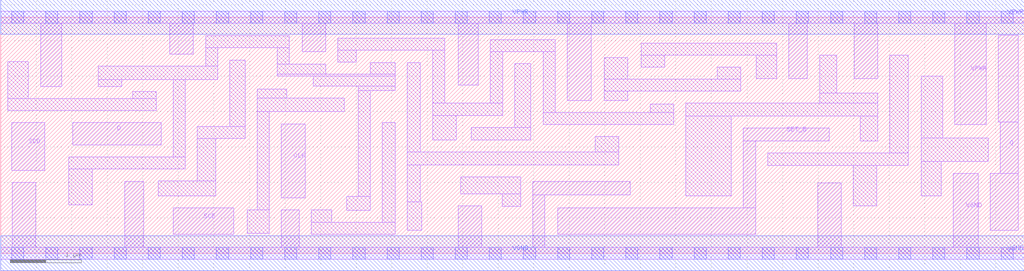
<source format=lef>
# Copyright 2020 The SkyWater PDK Authors
#
# Licensed under the Apache License, Version 2.0 (the "License");
# you may not use this file except in compliance with the License.
# You may obtain a copy of the License at
#
#     https://www.apache.org/licenses/LICENSE-2.0
#
# Unless required by applicable law or agreed to in writing, software
# distributed under the License is distributed on an "AS IS" BASIS,
# WITHOUT WARRANTIES OR CONDITIONS OF ANY KIND, either express or implied.
# See the License for the specific language governing permissions and
# limitations under the License.
#
# SPDX-License-Identifier: Apache-2.0

VERSION 5.7 ;
  NAMESCASESENSITIVE ON ;
  NOWIREEXTENSIONATPIN ON ;
  DIVIDERCHAR "/" ;
  BUSBITCHARS "[]" ;
UNITS
  DATABASE MICRONS 200 ;
END UNITS
MACRO sky130_fd_sc_lp__sdfstp_1
  CLASS CORE ;
  SOURCE USER ;
  FOREIGN sky130_fd_sc_lp__sdfstp_1 ;
  ORIGIN  0.000000  0.000000 ;
  SIZE  14.40000 BY  3.330000 ;
  SYMMETRY X Y R90 ;
  SITE unit ;
  PIN D
    ANTENNAGATEAREA  0.159000 ;
    DIRECTION INPUT ;
    USE SIGNAL ;
    PORT
      LAYER li1 ;
        RECT 1.015000 1.530000 2.255000 1.840000 ;
    END
  END D
  PIN Q
    ANTENNADIFFAREA  0.556500 ;
    DIRECTION OUTPUT ;
    USE SIGNAL ;
    PORT
      LAYER li1 ;
        RECT 13.925000 0.325000 14.315000 1.125000 ;
        RECT 14.035000 1.850000 14.315000 3.075000 ;
        RECT 14.065000 1.125000 14.315000 1.850000 ;
    END
  END Q
  PIN SCD
    ANTENNAGATEAREA  0.159000 ;
    DIRECTION INPUT ;
    USE SIGNAL ;
    PORT
      LAYER li1 ;
        RECT 0.155000 1.170000 0.620000 1.840000 ;
    END
  END SCD
  PIN SCE
    ANTENNAGATEAREA  0.318000 ;
    DIRECTION INPUT ;
    USE SIGNAL ;
    PORT
      LAYER li1 ;
        RECT 2.430000 0.265000 3.275000 0.640000 ;
    END
  END SCE
  PIN SET_B
    ANTENNAGATEAREA  0.252000 ;
    DIRECTION INPUT ;
    USE SIGNAL ;
    PORT
      LAYER li1 ;
        RECT  7.835000 0.265000 10.620000 0.640000 ;
        RECT 10.450000 0.640000 10.620000 1.585000 ;
        RECT 10.450000 1.585000 11.660000 1.765000 ;
    END
  END SET_B
  PIN CLK
    ANTENNAGATEAREA  0.159000 ;
    DIRECTION INPUT ;
    USE CLOCK ;
    PORT
      LAYER li1 ;
        RECT 3.950000 0.780000 4.285000 1.825000 ;
    END
  END CLK
  PIN VGND
    DIRECTION INOUT ;
    USE GROUND ;
    PORT
      LAYER li1 ;
        RECT  0.000000 -0.085000 14.400000 0.085000 ;
        RECT  0.165000  0.085000  0.495000 1.000000 ;
        RECT  1.745000  0.085000  2.015000 1.015000 ;
        RECT  3.950000  0.085000  4.200000 0.610000 ;
        RECT  6.440000  0.085000  6.770000 0.665000 ;
        RECT  7.485000  0.085000  7.655000 0.820000 ;
        RECT  7.485000  0.820000  8.855000 1.010000 ;
        RECT 11.495000  0.085000 11.825000 0.995000 ;
        RECT 13.400000  0.085000 13.755000 1.125000 ;
      LAYER mcon ;
        RECT  0.155000 -0.085000  0.325000 0.085000 ;
        RECT  0.635000 -0.085000  0.805000 0.085000 ;
        RECT  1.115000 -0.085000  1.285000 0.085000 ;
        RECT  1.595000 -0.085000  1.765000 0.085000 ;
        RECT  2.075000 -0.085000  2.245000 0.085000 ;
        RECT  2.555000 -0.085000  2.725000 0.085000 ;
        RECT  3.035000 -0.085000  3.205000 0.085000 ;
        RECT  3.515000 -0.085000  3.685000 0.085000 ;
        RECT  3.995000 -0.085000  4.165000 0.085000 ;
        RECT  4.475000 -0.085000  4.645000 0.085000 ;
        RECT  4.955000 -0.085000  5.125000 0.085000 ;
        RECT  5.435000 -0.085000  5.605000 0.085000 ;
        RECT  5.915000 -0.085000  6.085000 0.085000 ;
        RECT  6.395000 -0.085000  6.565000 0.085000 ;
        RECT  6.875000 -0.085000  7.045000 0.085000 ;
        RECT  7.355000 -0.085000  7.525000 0.085000 ;
        RECT  7.835000 -0.085000  8.005000 0.085000 ;
        RECT  8.315000 -0.085000  8.485000 0.085000 ;
        RECT  8.795000 -0.085000  8.965000 0.085000 ;
        RECT  9.275000 -0.085000  9.445000 0.085000 ;
        RECT  9.755000 -0.085000  9.925000 0.085000 ;
        RECT 10.235000 -0.085000 10.405000 0.085000 ;
        RECT 10.715000 -0.085000 10.885000 0.085000 ;
        RECT 11.195000 -0.085000 11.365000 0.085000 ;
        RECT 11.675000 -0.085000 11.845000 0.085000 ;
        RECT 12.155000 -0.085000 12.325000 0.085000 ;
        RECT 12.635000 -0.085000 12.805000 0.085000 ;
        RECT 13.115000 -0.085000 13.285000 0.085000 ;
        RECT 13.595000 -0.085000 13.765000 0.085000 ;
        RECT 14.075000 -0.085000 14.245000 0.085000 ;
      LAYER met1 ;
        RECT 0.000000 -0.245000 14.400000 0.245000 ;
    END
  END VGND
  PIN VPWR
    DIRECTION INOUT ;
    USE POWER ;
    PORT
      LAYER li1 ;
        RECT  0.000000 3.245000 14.400000 3.415000 ;
        RECT  0.560000 2.350000  0.855000 3.245000 ;
        RECT  2.375000 2.810000  2.705000 3.245000 ;
        RECT  4.240000 2.845000  4.570000 3.245000 ;
        RECT  6.440000 2.370000  6.720000 3.245000 ;
        RECT  7.970000 2.155000  8.310000 3.245000 ;
        RECT 11.090000 2.465000 11.350000 3.245000 ;
        RECT 12.010000 2.465000 12.340000 3.245000 ;
        RECT 13.425000 1.815000 13.865000 3.245000 ;
      LAYER mcon ;
        RECT  0.155000 3.245000  0.325000 3.415000 ;
        RECT  0.635000 3.245000  0.805000 3.415000 ;
        RECT  1.115000 3.245000  1.285000 3.415000 ;
        RECT  1.595000 3.245000  1.765000 3.415000 ;
        RECT  2.075000 3.245000  2.245000 3.415000 ;
        RECT  2.555000 3.245000  2.725000 3.415000 ;
        RECT  3.035000 3.245000  3.205000 3.415000 ;
        RECT  3.515000 3.245000  3.685000 3.415000 ;
        RECT  3.995000 3.245000  4.165000 3.415000 ;
        RECT  4.475000 3.245000  4.645000 3.415000 ;
        RECT  4.955000 3.245000  5.125000 3.415000 ;
        RECT  5.435000 3.245000  5.605000 3.415000 ;
        RECT  5.915000 3.245000  6.085000 3.415000 ;
        RECT  6.395000 3.245000  6.565000 3.415000 ;
        RECT  6.875000 3.245000  7.045000 3.415000 ;
        RECT  7.355000 3.245000  7.525000 3.415000 ;
        RECT  7.835000 3.245000  8.005000 3.415000 ;
        RECT  8.315000 3.245000  8.485000 3.415000 ;
        RECT  8.795000 3.245000  8.965000 3.415000 ;
        RECT  9.275000 3.245000  9.445000 3.415000 ;
        RECT  9.755000 3.245000  9.925000 3.415000 ;
        RECT 10.235000 3.245000 10.405000 3.415000 ;
        RECT 10.715000 3.245000 10.885000 3.415000 ;
        RECT 11.195000 3.245000 11.365000 3.415000 ;
        RECT 11.675000 3.245000 11.845000 3.415000 ;
        RECT 12.155000 3.245000 12.325000 3.415000 ;
        RECT 12.635000 3.245000 12.805000 3.415000 ;
        RECT 13.115000 3.245000 13.285000 3.415000 ;
        RECT 13.595000 3.245000 13.765000 3.415000 ;
        RECT 14.075000 3.245000 14.245000 3.415000 ;
      LAYER met1 ;
        RECT 0.000000 3.085000 14.400000 3.575000 ;
    END
  END VPWR
  OBS
    LAYER li1 ;
      RECT  0.095000 2.010000  2.185000 2.180000 ;
      RECT  0.095000 2.180000  0.390000 2.700000 ;
      RECT  0.955000 0.685000  1.285000 1.190000 ;
      RECT  0.955000 1.190000  2.595000 1.360000 ;
      RECT  1.370000 2.350000  1.700000 2.450000 ;
      RECT  1.370000 2.450000  3.055000 2.640000 ;
      RECT  1.855000 2.180000  2.185000 2.280000 ;
      RECT  2.215000 0.810000  3.025000 1.020000 ;
      RECT  2.425000 1.360000  2.595000 2.450000 ;
      RECT  2.765000 1.020000  3.025000 1.620000 ;
      RECT  2.765000 1.620000  3.440000 1.790000 ;
      RECT  2.885000 2.640000  3.055000 2.895000 ;
      RECT  2.885000 2.895000  4.060000 3.065000 ;
      RECT  3.225000 1.790000  3.440000 2.725000 ;
      RECT  3.470000 0.280000  3.780000 0.610000 ;
      RECT  3.610000 0.610000  3.780000 1.995000 ;
      RECT  3.610000 1.995000  4.835000 2.185000 ;
      RECT  3.610000 2.185000  4.025000 2.315000 ;
      RECT  3.890000 2.495000  5.550000 2.525000 ;
      RECT  3.890000 2.525000  4.570000 2.665000 ;
      RECT  3.890000 2.665000  4.060000 2.895000 ;
      RECT  4.370000 0.265000  5.550000 0.435000 ;
      RECT  4.370000 0.435000  4.660000 0.610000 ;
      RECT  4.400000 2.355000  5.550000 2.495000 ;
      RECT  4.740000 2.695000  5.000000 2.865000 ;
      RECT  4.740000 2.865000  6.250000 3.035000 ;
      RECT  4.870000 0.605000  5.200000 0.805000 ;
      RECT  5.030000 0.805000  5.200000 2.295000 ;
      RECT  5.030000 2.295000  5.550000 2.355000 ;
      RECT  5.200000 2.525000  5.550000 2.690000 ;
      RECT  5.370000 0.435000  5.550000 1.845000 ;
      RECT  5.720000 0.325000  5.920000 0.725000 ;
      RECT  5.720000 0.725000  5.900000 1.245000 ;
      RECT  5.720000 1.245000  8.695000 1.425000 ;
      RECT  5.720000 1.425000  5.900000 2.690000 ;
      RECT  6.080000 1.595000  6.410000 1.945000 ;
      RECT  6.080000 1.945000  7.060000 2.115000 ;
      RECT  6.080000 2.115000  6.250000 2.865000 ;
      RECT  6.470000 0.835000  7.315000 1.075000 ;
      RECT  6.620000 1.595000  7.460000 1.775000 ;
      RECT  6.890000 2.115000  7.060000 2.840000 ;
      RECT  6.890000 2.840000  7.800000 3.010000 ;
      RECT  7.055000 0.660000  7.315000 0.835000 ;
      RECT  7.230000 1.775000  7.460000 2.670000 ;
      RECT  7.630000 1.815000  9.470000 1.985000 ;
      RECT  7.630000 1.985000  7.800000 2.840000 ;
      RECT  8.365000 1.425000  8.695000 1.645000 ;
      RECT  8.490000 2.155000  8.820000 2.285000 ;
      RECT  8.490000 2.285000 10.410000 2.455000 ;
      RECT  8.490000 2.455000  8.820000 2.755000 ;
      RECT  9.010000 2.625000  9.340000 2.795000 ;
      RECT  9.010000 2.795000 10.920000 2.965000 ;
      RECT  9.140000 1.985000  9.470000 2.105000 ;
      RECT  9.640000 0.810000 10.280000 1.935000 ;
      RECT  9.640000 1.935000 12.340000 2.115000 ;
      RECT 10.080000 2.455000 10.410000 2.625000 ;
      RECT 10.630000 2.465000 10.920000 2.795000 ;
      RECT 10.790000 1.235000 12.770000 1.415000 ;
      RECT 11.520000 2.115000 12.340000 2.255000 ;
      RECT 11.520000 2.255000 11.760000 2.795000 ;
      RECT 11.995000 0.665000 12.325000 1.235000 ;
      RECT 12.090000 1.585000 12.340000 1.935000 ;
      RECT 12.510000 1.415000 12.770000 2.795000 ;
      RECT 12.950000 0.810000 13.230000 1.295000 ;
      RECT 12.950000 1.295000 13.895000 1.625000 ;
      RECT 12.950000 1.625000 13.255000 2.495000 ;
  END
END sky130_fd_sc_lp__sdfstp_1

</source>
